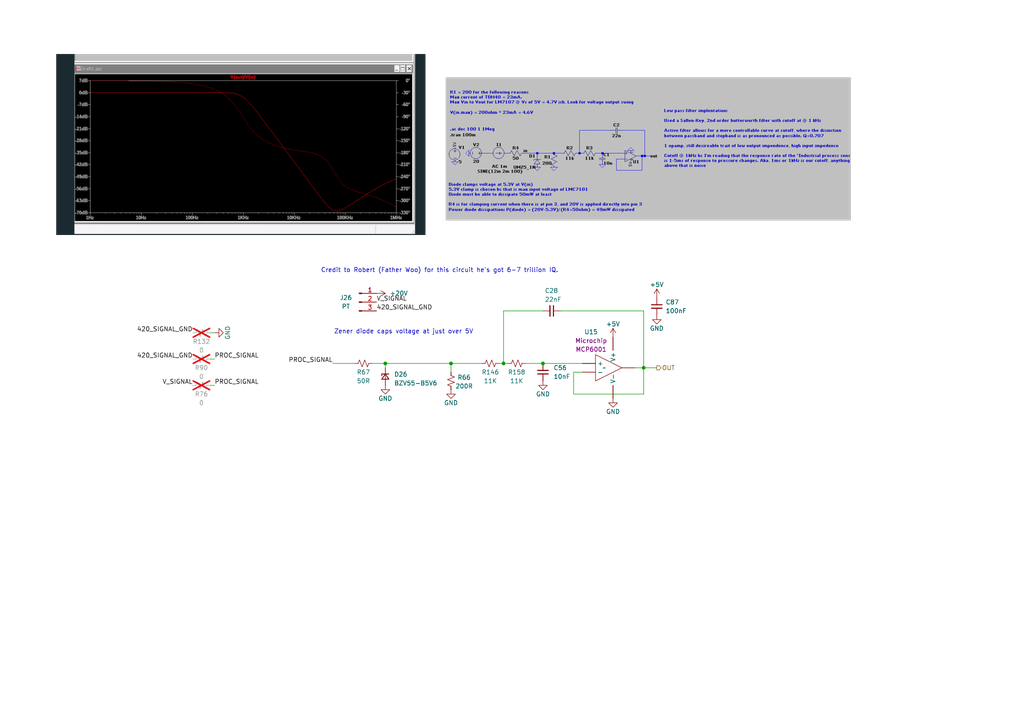
<source format=kicad_sch>
(kicad_sch (version 20250114) (generator "eeschema") (generator_version "9.0")
  (paper "A4")
  (lib_symbols
    (symbol "Connector:Conn_01x03_Pin" (pin_names (offset 1.016) (hide yes))
      (property "Reference" "J" (at 0 5.08 0))
      (property "Value" "Conn_01x03_Pin" (at 0 -5.08 0))
      (symbol "Conn_01x03_Pin_1_1"
        (rectangle (start 0.8636 2.667) (end 0 2.413) (stroke (width 0.1524)) (fill (type outline)))
        (rectangle (start 0.8636 0.127) (end 0 -0.127) (stroke (width 0.1524)) (fill (type outline)))
        (rectangle (start 0.8636 -2.413) (end 0 -2.667) (stroke (width 0.1524)) (fill (type outline)))
        (polyline (pts (xy 1.27 2.54) (xy 0.8636 2.54)) (stroke (width 0.1524)))
        (polyline (pts (xy 1.27 0) (xy 0.8636 0)) (stroke (width 0.1524)))
        (polyline (pts (xy 1.27 -2.54) (xy 0.8636 -2.54)) (stroke (width 0.1524)))
        (pin passive line (at 5.08 2.54 180) (length 3.81) (name "Pin_1") (number "1"))
        (pin passive line (at 5.08 0 180) (length 3.81) (name "Pin_2") (number "2"))
        (pin passive line (at 5.08 -2.54 180) (length 3.81) (name "Pin_3") (number "3"))
      )
    )
    (symbol "Device:C_Small" (pin_numbers (hide yes)) (pin_names (offset 0.254) (hide yes))
      (property "Reference" "C" (at 0.254 1.778 0))
      (property "Value" "C_Small" (at 0.254 -2.032 0))
      (symbol "C_Small_0_1"
        (polyline (pts (xy -1.524 0.508) (xy 1.524 0.508)) (stroke (width 0.3048)))
        (polyline (pts (xy -1.524 -0.508) (xy 1.524 -0.508)) (stroke (width 0.3302)))
      )
      (symbol "C_Small_1_1"
        (pin passive line (at 0 2.54 270) (length 2.032) (name "~") (number "1"))
        (pin passive line (at 0 -2.54 90) (length 2.032) (name "~") (number "2"))
      )
    )
    (symbol "Device:R_Small_US" (pin_numbers (hide yes)) (pin_names (offset 0.254) (hide yes))
      (property "Reference" "R" (at 0.762 0.508 0))
      (property "Value" "R_Small_US" (at 0.762 -1.016 0))
      (symbol "R_Small_US_1_1"
        (polyline (pts (xy 0 1.524) (xy 1.016 1.143) (xy 0 0.762) (xy -1.016 0.381) (xy 0 0)))
        (polyline (pts (xy 0 0) (xy 1.016 -0.381) (xy 0 -0.762) (xy -1.016 -1.143) (xy 0 -1.524)))
        (pin passive line (at 0 2.54 270) (length 1.016) (name "~") (number "1"))
        (pin passive line (at 0 -2.54 90) (length 1.016) (name "~") (number "2"))
      )
    )
    (symbol "UCIRP-KiCAD-Lib:D_Zener_Small" (pin_numbers (hide yes)) (pin_names (offset 0.254) (hide yes))
      (property "Reference" "D" (at 0 2.286 0))
      (property "Value" "D_Zener_Small" (at 0 -2.286 0))
      (symbol "D_Zener_Small_0_1"
        (polyline (pts (xy -0.254 1.016) (xy -0.762 1.016) (xy -0.762 -1.016)) (stroke (width 0.254)))
        (polyline (pts (xy 0.762 1.016) (xy -0.762 0) (xy 0.762 -1.016) (xy 0.762 1.016)) (stroke (width 0.254)))
        (polyline (pts (xy 0.762 0) (xy -0.762 0)))
      )
      (symbol "D_Zener_Small_1_1"
        (pin passive line (at -2.54 0 0) (length 1.778) (name "K") (number "1"))
        (pin passive line (at 2.54 0 180) (length 1.778) (name "A") (number "2"))
      )
    )
    (symbol "UCIRP-KiCAD-Lib:MCP6001" (pin_numbers (hide yes))
      (property "Reference" "U" (at 0 5.08 0))
      (property "Value" "~" (at 0 0 0))
      (property "Manufacturer" "Microchip" (at 0 0 0))
      (property "Part #" "MCP6001" (at 0 0 0))
      (symbol "MCP6001_0_1"
        (polyline (pts (xy -2.54 3.81) (xy -2.54 -3.81) (xy 5.08 0) (xy -2.54 3.81)) (stroke (width 0.1524)))
      )
      (symbol "MCP6001_1_1"
        (pin input line (at -6.35 1.27 0) (length 3.81) (name "+") (number "3"))
        (pin input line (at -6.35 -1.27 0) (length 3.81) (name "-") (number "4"))
        (pin power_in line (at 2.54 8.89 270) (length 3.81) (name "V+") (number "5"))
        (pin power_in line (at 2.54 -8.89 90) (length 3.81) (name "V-") (number "2"))
        (pin output line (at 8.89 0 180) (length 3.81) (name "") (number "1"))
      )
    )
    (symbol "power:+24V" (power) (pin_names (offset 0))
      (property "Value" "+24V" (at 0 3.556 0))
      (symbol "+24V_0_1"
        (polyline (pts (xy -0.762 1.27) (xy 0 2.54)))
        (polyline (pts (xy 0 2.54) (xy 0.762 1.27)))
        (polyline (pts (xy 0 0) (xy 0 2.54)))
      )
      (symbol "+24V_1_1"
        (pin power_in line (at 0 0 90) (length 0) (hide yes) (name "+24V") (number "1"))
      )
    )
    (symbol "power:GND" (power) (pin_names (offset 0))
      (property "Value" "GND" (at 0 -3.81 0))
      (symbol "GND_0_1"
        (polyline (pts (xy 0 0) (xy 0 -1.27) (xy 1.27 -1.27) (xy 0 -2.54) (xy -1.27 -1.27) (xy 0 -1.27)))
      )
      (symbol "GND_1_1"
        (pin power_in line (at 0 0 270) (length 0) (hide yes) (name "GND") (number "1"))
      )
    )
  )
  (text "Zener diode caps voltage at just over 5V" (at 117.094 96.266 0) (effects (font (size 1.27 1.27))))
  (text "Credit to Robert (Father Woo) for this circuit he's got 6-7 trillion IQ." (at 127.508 78.486 0) (effects (font (size 1.27 1.27))))
  (junction (at 111.76 105.41))
  (junction (at 146.05 105.41))
  (junction (at 130.81 105.41))
  (junction (at 186.69 106.68))
  (junction (at 157.48 105.41))
  (wire (pts (xy 186.69 90.17) (xy 186.69 106.68)))
  (wire (pts (xy 130.81 105.41) (xy 139.7 105.41)))
  (wire (pts (xy 157.48 90.17) (xy 146.05 90.17)))
  (wire (pts (xy 168.91 107.95) (xy 166.37 107.95)))
  (wire (pts (xy 157.48 105.41) (xy 168.91 105.41)))
  (wire (pts (xy 130.81 105.41) (xy 130.81 107.95)))
  (wire (pts (xy 96.52 105.41) (xy 102.87 105.41)))
  (wire (pts (xy 186.69 114.3) (xy 186.69 106.68)))
  (wire (pts (xy 166.37 107.95) (xy 166.37 114.3)))
  (wire (pts (xy 146.05 90.17) (xy 146.05 105.41)))
  (wire (pts (xy 62.23 111.76) (xy 60.96 111.76)))
  (wire (pts (xy 147.32 105.41) (xy 146.05 105.41)))
  (wire (pts (xy 186.69 106.68) (xy 184.15 106.68)))
  (wire (pts (xy 166.37 114.3) (xy 186.69 114.3)))
  (wire (pts (xy 152.4 105.41) (xy 157.48 105.41)))
  (wire (pts (xy 62.23 96.52) (xy 60.96 96.52)))
  (wire (pts (xy 146.05 105.41) (xy 144.78 105.41)))
  (wire (pts (xy 111.76 105.41) (xy 130.81 105.41)))
  (wire (pts (xy 62.23 104.14) (xy 60.96 104.14)))
  (wire (pts (xy 111.76 106.68) (xy 111.76 105.41)))
  (wire (pts (xy 162.56 90.17) (xy 186.69 90.17)))
  (wire (pts (xy 107.95 105.41) (xy 111.76 105.41)))
  (wire (pts (xy 190.5 106.68) (xy 186.69 106.68)))
  (image (at 187.96 43.18) (scale 0.550243))
  (image (at 69.85 41.91))
  (label "420_SIGNAL_GND" (at 55.88 96.52 180))
  (label "PROC_SIGNAL" (at 96.52 105.41 180))
  (label "V_SIGNAL" (at 109.22 87.63 0))
  (label "PROC_SIGNAL" (at 62.23 104.14 0))
  (label "420_SIGNAL_GND" (at 55.88 104.14 180))
  (label "PROC_SIGNAL" (at 62.23 111.76 0))
  (label "V_SIGNAL" (at 55.88 111.76 180))
  (label "420_SIGNAL_GND" (at 109.22 90.17 0))
  (hierarchical_label "OUT" (shape output) (at 190.5 106.68 0))
  (symbol (lib_id "power:+24V") (at 109.22 85.09 270) (unit 1)
    (property "Reference" "#PWR0167" (effects (hide yes)))
    (property "Value" "+20V" (at 113.03 85.09 90) (effects (justify left)))
    (instances (project "gse2-hardware" (path "" (reference "#PWR0204") (unit 1)) (path "" (reference "#PWR0167") (unit 1)) (path "" (reference "#PWR0162") (unit 1)) (path "" (reference "#PWR0220") (unit 1)) (path "" (reference "#PWR0180") (unit 1)) (path "" (reference "#PWR0156") (unit 1)) (path "" (reference "#PWR0226") (unit 1)) (path "" (reference "#PWR0192") (unit 1)) (path "" (reference "#PWR0198") (unit 1)) (path "" (reference "#PWR0214") (unit 1)) (path "" (reference "#PWR0174") (unit 1)) (path "" (reference "#PWR0186") (unit 1))))
  )
  (symbol (lib_id "Device:C_Small") (at 157.48 107.95 180) (unit 1)
    (property "Reference" "C56" (at 160.528 106.68 0) (effects (justify right)))
    (property "Value" "10nF" (at 160.528 109.22 0) (effects (justify right)))
    (property "Footprint" "Capacitor_SMD:C_0603_1608Metric" (effects (hide yes)))
    (property "Manufacturer" "Generic" (effects (hide yes)))
    (property "Part #" "Generic 100nF 6.3V X7R 0402 MLCC" (effects (hide yes)))
  )
  (symbol (lib_id "power:GND") (at 157.48 110.49 0) (unit 1)
    (property "Reference" "#PWR026" (effects (hide yes)))
    (property "Value" "GND" (at 157.48 114.3 0))
  )
  (symbol (lib_id "power:GND") (at 62.23 96.52 90) (unit 1)
    (property "Reference" "#PWR058" (effects (hide yes)))
    (property "Value" "GND" (at 66.04 96.52 0))
    (instances (project "gse2-hardware" (path "" (reference "#PWR0160") (unit 1)) (path "" (reference "#PWR058") (unit 1)) (path "" (reference "#PWR072") (unit 1)) (path "" (reference "#PWR0163") (unit 1)) (path "" (reference "#PWR092") (unit 1)) (path "" (reference "#PWR063") (unit 1)) (path "" (reference "#PWR0164") (unit 1)) (path "" (reference "#PWR0158") (unit 1)) (path "" (reference "#PWR0159") (unit 1)) (path "" (reference "#PWR0161") (unit 1)) (path "" (reference "#PWR073") (unit 1)) (path "" (reference "#PWR0157") (unit 1))))
  )
  (symbol (lib_id "Device:C_Small") (at 160.02 90.17 270) (unit 1)
    (property "Reference" "C28" (at 157.988 84.328 90) (effects (justify left)))
    (property "Value" "22nF" (at 157.988 86.868 90) (effects (justify left)))
    (property "Footprint" "Capacitor_SMD:C_0603_1608Metric" (effects (hide yes)))
    (property "Manufacturer" "Generic" (effects (hide yes)))
    (property "Part #" "Generic 100nF 6.3V X7R 0402 MLCC" (effects (hide yes)))
  )
  (symbol (lib_id "Device:R_Small_US") (at 130.81 110.49 180) (unit 1)
    (property "Reference" "R66" (at 134.62 109.474 0))
    (property "Value" "200R" (at 134.62 112.014 0))
    (property "Footprint" "Resistor_SMD:R_0603_1608Metric" (effects (hide yes)))
    (property "Manufacturer" "Generic" (effects (hide yes)))
    (property "Part #" "Generic 1K 1% 0402 Resistor" (effects (hide yes)))
  )
  (symbol (lib_id "Device:R_Small_US") (at 58.42 111.76 270) (unit 1) (dnp yes)
    (property "Reference" "R68" (at 58.42 114.3 90))
    (property "Value" "0" (at 58.42 116.84 90))
    (property "Footprint" "Resistor_SMD:R_1210_3225Metric_Pad1.30x2.65mm_HandSolder" (effects (hide yes)))
    (property "Manufacturer" "Generic" (effects (hide yes)))
    (property "Part #" "Generic 1K 1% 0402 Resistor" (effects (hide yes)))
    (instances (project "gse2-hardware" (path "" (reference "R76") (unit 1)) (path "" (reference "R68") (unit 1)) (path "" (reference "R70") (unit 1)) (path "" (reference "R78") (unit 1)) (path "" (reference "R72") (unit 1)) (path "" (reference "R69") (unit 1)) (path "" (reference "R79") (unit 1)) (path "" (reference "R74") (unit 1)) (path "" (reference "R75") (unit 1)) (path "" (reference "R77") (unit 1)) (path "" (reference "R71") (unit 1)) (path "" (reference "R73") (unit 1))))
  )
  (symbol (lib_id "Device:R_Small_US") (at 149.86 105.41 270) (unit 1)
    (property "Reference" "R158" (at 149.86 107.95 90))
    (property "Value" "11K" (at 149.86 110.49 90))
    (property "Footprint" "Resistor_SMD:R_0603_1608Metric" (effects (hide yes)))
    (property "Manufacturer" "Generic" (effects (hide yes)))
    (property "Part #" "Generic 1K 1% 0402 Resistor" (effects (hide yes)))
  )
  (symbol (lib_id "UCIRP-KiCAD-Lib:D_Zener_Small") (at 111.76 109.22 90) (mirror x) (unit 1)
    (property "Reference" "D26" (at 114.3 108.585 90) (effects (justify right)))
    (property "Value" "BZV55-B5V6" (at 114.3 111.125 90) (effects (justify right)))
    (property "Footprint" "Diode_SMD:D_MiniMELF" (effects (hide yes)))
    (property "Datasheet" "https://assets.nexperia.com/documents/data-sheet/BZV55_SER.pdf" (effects (hide yes)))
    (property "Manufacturer" "Nexperia" (effects (hide yes)))
    (property "Part #" "BZV55-B5V6" (effects (hide yes)))
  )
  (symbol (lib_id "Device:R_Small_US") (at 105.41 105.41 270) (unit 1)
    (property "Reference" "R67" (at 105.41 107.95 90))
    (property "Value" "50R" (at 105.41 110.49 90))
    (property "Footprint" "Resistor_SMD:R_0603_1608Metric" (effects (hide yes)))
    (property "Manufacturer" "Generic" (effects (hide yes)))
  )
  (symbol (lib_id "UCIRP-KiCAD-Lib:MCP6001") (at 175.26 106.68 0) (unit 1)
    (property "Reference" "U15" (at 171.45 96.266 0))
    (property "Value" "~" (at 175.26 106.68 0))
    (property "Footprint" "Package_TO_SOT_SMD:SOT-23-5" (effects (hide yes)))
    (property "Datasheet" "https://ww1.microchip.com/downloads/en/DeviceDoc/MCP6001-1R-1U-2-4-1-MHz-Low-Power-Op-Amp-DS20001733L.pdf" (effects (hide yes)))
    (property "Manufacturer" "Microchip" (at 171.45 98.806 0))
    (property "Part #" "MCP6001" (at 171.45 101.346 0))
  )
  (symbol (lib_id "power:GND") (at 130.81 113.03 0) (unit 1)
    (property "Reference" "#PWR0169" (effects (hide yes)))
    (property "Value" "GND" (at 130.81 116.84 0))
  )
  (symbol (lib_id "Connector:Conn_01x03_Pin") (at 104.14 87.63 0) (unit 1)
    (property "Reference" "J9" (at 100.33 86.36 0))
    (property "Value" "PT" (at 100.33 88.9 0))
    (property "Footprint" "0UCIRP-KiCAD-Lib:GX-12 3 pin" (effects (hide yes)))
    (instances (project "gse2-hardware" (path "" (reference "J26") (unit 1)) (path "" (reference "J9") (unit 1)) (path "" (reference "J20") (unit 1)) (path "" (reference "J28") (unit 1)) (path "" (reference "J22") (unit 1)) (path "" (reference "J19") (unit 1)) (path "" (reference "J29") (unit 1)) (path "" (reference "J24") (unit 1)) (path "" (reference "J25") (unit 1)) (path "" (reference "J27") (unit 1)) (path "" (reference "J21") (unit 1)) (path "" (reference "J23") (unit 1))))
  )
  (symbol (lib_id "Device:C_Small") (at 190.5 88.9 0) (unit 1)
    (property "Reference" "C87" (at 193.04 87.63 0) (effects (justify left)))
    (property "Value" "100nF" (at 193.04 90.17 0) (effects (justify left)))
    (property "Footprint" "Capacitor_SMD:C_0603_1608Metric" (effects (hide yes)))
    (property "Manufacturer" "Generic" (effects (hide yes)))
    (property "Part #" "Generic 100nF 6.3V X7R 0402 MLCC" (effects (hide yes)))
  )
  (symbol (lib_id "Device:R_Small_US") (at 142.24 105.41 270) (unit 1)
    (property "Reference" "R146" (at 142.24 107.95 90))
    (property "Value" "11K" (at 142.24 110.49 90))
    (property "Footprint" "Resistor_SMD:R_0603_1608Metric" (effects (hide yes)))
    (property "Manufacturer" "Generic" (effects (hide yes)))
    (property "Part #" "Generic 1K 1% 0402 Resistor" (effects (hide yes)))
  )
  (symbol (lib_id "power:+24V") (at 177.8 97.79 0) (unit 1)
    (property "Reference" "#PWR0195" (effects (hide yes)))
    (property "Value" "+5V" (at 177.8 93.98 0))
  )
  (symbol (lib_id "power:GND") (at 111.76 111.76 0) (unit 1)
    (property "Reference" "#PWR0257" (effects (hide yes)))
    (property "Value" "GND" (at 111.76 115.57 0))
  )
  (symbol (lib_id "power:+24V") (at 190.5 86.36 0) (unit 1)
    (property "Reference" "#PWR0165" (effects (hide yes)))
    (property "Value" "+5V" (at 190.5 82.55 0))
    (instances (project "gse2-hardware" (path "" (reference "#PWR0184") (unit 1)) (path "" (reference "#PWR0165") (unit 1)) (path "" (reference "#PWR0168") (unit 1)) (path "" (reference "#PWR0187") (unit 1)) (path "" (reference "#PWR0171") (unit 1)) (path "" (reference "#PWR0166") (unit 1)) (path "" (reference "#PWR0193") (unit 1)) (path "" (reference "#PWR0175") (unit 1)) (path "" (reference "#PWR0181") (unit 1)) (path "" (reference "#PWR0185") (unit 1)) (path "" (reference "#PWR0170") (unit 1)) (path "" (reference "#PWR0172") (unit 1))))
  )
  (symbol (lib_id "Device:R_Small_US") (at 58.42 96.52 270) (unit 1) (dnp yes)
    (property "Reference" "R100" (at 58.42 99.06 90))
    (property "Value" "0" (at 58.42 101.6 90))
    (property "Footprint" "Resistor_SMD:R_1210_3225Metric_Pad1.30x2.65mm_HandSolder" (effects (hide yes)))
    (property "Manufacturer" "Generic" (effects (hide yes)))
    (property "Part #" "Generic 1K 1% 0402 Resistor" (effects (hide yes)))
    (instances (project "gse2-hardware" (path "" (reference "R132") (unit 1)) (path "" (reference "R100") (unit 1)) (path "" (reference "R126") (unit 1)) (path "" (reference "R134") (unit 1)) (path "" (reference "R128") (unit 1)) (path "" (reference "R108") (unit 1)) (path "" (reference "R135") (unit 1)) (path "" (reference "R130") (unit 1)) (path "" (reference "R131") (unit 1)) (path "" (reference "R133") (unit 1)) (path "" (reference "R127") (unit 1)) (path "" (reference "R129") (unit 1))))
  )
  (symbol (lib_id "power:GND") (at 177.8 115.57 0) (unit 1)
    (property "Reference" "#PWR0341" (effects (hide yes)))
    (property "Value" "GND" (at 177.8 119.38 0))
  )
  (symbol (lib_id "power:GND") (at 190.5 91.44 0) (unit 1)
    (property "Reference" "#PWR0377" (effects (hide yes)))
    (property "Value" "GND" (at 190.5 95.25 0))
  )
  (symbol (lib_id "Device:R_Small_US") (at 58.42 104.14 270) (unit 1) (dnp yes)
    (property "Reference" "R80" (at 58.42 106.68 90))
    (property "Value" "0" (at 58.42 109.22 90))
    (property "Footprint" "Resistor_SMD:R_1210_3225Metric_Pad1.30x2.65mm_HandSolder" (effects (hide yes)))
    (property "Manufacturer" "Generic" (effects (hide yes)))
    (property "Part #" "Generic 1K 1% 0402 Resistor" (effects (hide yes)))
    (instances (project "gse2-hardware" (path "" (reference "R90") (unit 1)) (path "" (reference "R80") (unit 1)) (path "" (reference "R84") (unit 1)) (path "" (reference "R147") (unit 1)) (path "" (reference "R86") (unit 1)) (path "" (reference "R81") (unit 1)) (path "" (reference "R148") (unit 1)) (path "" (reference "R88") (unit 1)) (path "" (reference "R89") (unit 1)) (path "" (reference "R91") (unit 1)) (path "" (reference "R85") (unit 1)) (path "" (reference "R87") (unit 1))))
  )
)
</source>
